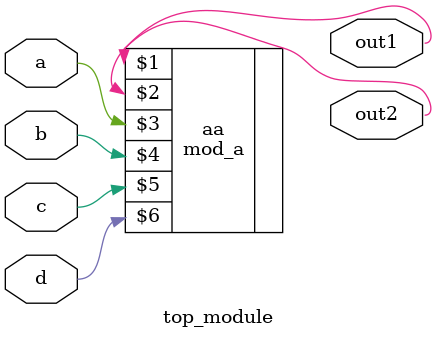
<source format=v>
module top_module ( 
    input a, 
    input b, 
    input c,
    input d,
    output out1,
    output out2
);
    mod_a aa(out1,out2,a,b,c,d);
endmodule

</source>
